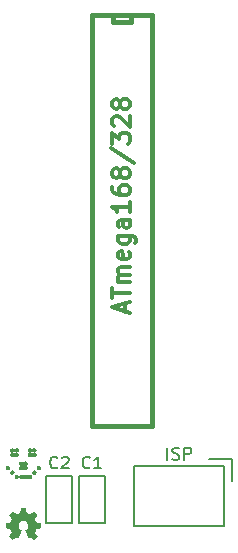
<source format=gto>
%FSLAX34Y34*%
G04 Gerber Fmt 3.4, Leading zero omitted, Abs format*
G04 (created by PCBNEW (2013-12-05 BZR 4523)-product) date Fri 06 Dec 2013 07:50:23 PM CET*
%MOIN*%
G01*
G70*
G90*
G04 APERTURE LIST*
%ADD10C,0.005906*%
%ADD11C,0.011811*%
%ADD12C,0.015000*%
%ADD13C,0.007874*%
%ADD14C,0.000100*%
%ADD15C,0.008000*%
G04 APERTURE END LIST*
G54D10*
G54D11*
X57598Y-33043D02*
X57598Y-32762D01*
X57767Y-33099D02*
X57176Y-32902D01*
X57767Y-32705D01*
X57176Y-32593D02*
X57176Y-32255D01*
X57767Y-32424D02*
X57176Y-32424D01*
X57767Y-32059D02*
X57373Y-32059D01*
X57429Y-32059D02*
X57401Y-32030D01*
X57373Y-31974D01*
X57373Y-31890D01*
X57401Y-31834D01*
X57457Y-31805D01*
X57767Y-31805D01*
X57457Y-31805D02*
X57401Y-31777D01*
X57373Y-31721D01*
X57373Y-31637D01*
X57401Y-31580D01*
X57457Y-31552D01*
X57767Y-31552D01*
X57739Y-31046D02*
X57767Y-31102D01*
X57767Y-31215D01*
X57739Y-31271D01*
X57682Y-31299D01*
X57457Y-31299D01*
X57401Y-31271D01*
X57373Y-31215D01*
X57373Y-31102D01*
X57401Y-31046D01*
X57457Y-31018D01*
X57514Y-31018D01*
X57570Y-31299D01*
X57373Y-30512D02*
X57851Y-30512D01*
X57907Y-30540D01*
X57935Y-30568D01*
X57964Y-30624D01*
X57964Y-30709D01*
X57935Y-30765D01*
X57739Y-30512D02*
X57767Y-30568D01*
X57767Y-30681D01*
X57739Y-30737D01*
X57710Y-30765D01*
X57654Y-30793D01*
X57485Y-30793D01*
X57429Y-30765D01*
X57401Y-30737D01*
X57373Y-30681D01*
X57373Y-30568D01*
X57401Y-30512D01*
X57767Y-29978D02*
X57457Y-29978D01*
X57401Y-30006D01*
X57373Y-30062D01*
X57373Y-30174D01*
X57401Y-30231D01*
X57739Y-29978D02*
X57767Y-30034D01*
X57767Y-30174D01*
X57739Y-30231D01*
X57682Y-30259D01*
X57626Y-30259D01*
X57570Y-30231D01*
X57542Y-30174D01*
X57542Y-30034D01*
X57514Y-29978D01*
X57767Y-29387D02*
X57767Y-29724D01*
X57767Y-29556D02*
X57176Y-29556D01*
X57260Y-29612D01*
X57317Y-29668D01*
X57345Y-29724D01*
X57176Y-28881D02*
X57176Y-28993D01*
X57204Y-29050D01*
X57232Y-29078D01*
X57317Y-29134D01*
X57429Y-29162D01*
X57654Y-29162D01*
X57710Y-29134D01*
X57739Y-29106D01*
X57767Y-29050D01*
X57767Y-28937D01*
X57739Y-28881D01*
X57710Y-28853D01*
X57654Y-28825D01*
X57514Y-28825D01*
X57457Y-28853D01*
X57429Y-28881D01*
X57401Y-28937D01*
X57401Y-29050D01*
X57429Y-29106D01*
X57457Y-29134D01*
X57514Y-29162D01*
X57429Y-28487D02*
X57401Y-28543D01*
X57373Y-28571D01*
X57317Y-28600D01*
X57289Y-28600D01*
X57232Y-28571D01*
X57204Y-28543D01*
X57176Y-28487D01*
X57176Y-28375D01*
X57204Y-28318D01*
X57232Y-28290D01*
X57289Y-28262D01*
X57317Y-28262D01*
X57373Y-28290D01*
X57401Y-28318D01*
X57429Y-28375D01*
X57429Y-28487D01*
X57457Y-28543D01*
X57485Y-28571D01*
X57542Y-28600D01*
X57654Y-28600D01*
X57710Y-28571D01*
X57739Y-28543D01*
X57767Y-28487D01*
X57767Y-28375D01*
X57739Y-28318D01*
X57710Y-28290D01*
X57654Y-28262D01*
X57542Y-28262D01*
X57485Y-28290D01*
X57457Y-28318D01*
X57429Y-28375D01*
X57148Y-27587D02*
X57907Y-28093D01*
X57176Y-27447D02*
X57176Y-27081D01*
X57401Y-27278D01*
X57401Y-27194D01*
X57429Y-27137D01*
X57457Y-27109D01*
X57514Y-27081D01*
X57654Y-27081D01*
X57710Y-27109D01*
X57739Y-27137D01*
X57767Y-27194D01*
X57767Y-27362D01*
X57739Y-27419D01*
X57710Y-27447D01*
X57232Y-26856D02*
X57204Y-26828D01*
X57176Y-26772D01*
X57176Y-26631D01*
X57204Y-26575D01*
X57232Y-26547D01*
X57289Y-26519D01*
X57345Y-26519D01*
X57429Y-26547D01*
X57767Y-26884D01*
X57767Y-26519D01*
X57429Y-26181D02*
X57401Y-26237D01*
X57373Y-26266D01*
X57317Y-26294D01*
X57289Y-26294D01*
X57232Y-26266D01*
X57204Y-26237D01*
X57176Y-26181D01*
X57176Y-26069D01*
X57204Y-26012D01*
X57232Y-25984D01*
X57289Y-25956D01*
X57317Y-25956D01*
X57373Y-25984D01*
X57401Y-26012D01*
X57429Y-26069D01*
X57429Y-26181D01*
X57457Y-26237D01*
X57485Y-26266D01*
X57542Y-26294D01*
X57654Y-26294D01*
X57710Y-26266D01*
X57739Y-26237D01*
X57767Y-26181D01*
X57767Y-26069D01*
X57739Y-26012D01*
X57710Y-25984D01*
X57654Y-25956D01*
X57542Y-25956D01*
X57485Y-25984D01*
X57457Y-26012D01*
X57429Y-26069D01*
G54D12*
X57800Y-23150D02*
X57800Y-23400D01*
X57800Y-23400D02*
X57200Y-23400D01*
X57200Y-23400D02*
X57200Y-23150D01*
X56500Y-36850D02*
X56500Y-23150D01*
X58500Y-23150D02*
X58500Y-36850D01*
X58500Y-36850D02*
X56500Y-36850D01*
X58500Y-23150D02*
X56500Y-23150D01*
G54D13*
X61150Y-38700D02*
X61150Y-37950D01*
X61150Y-37950D02*
X60400Y-37950D01*
X57900Y-38200D02*
X60900Y-38200D01*
X60900Y-40200D02*
X57900Y-40200D01*
X57900Y-40200D02*
X57900Y-38200D01*
X60900Y-38200D02*
X60900Y-40200D01*
X55833Y-40087D02*
X55833Y-38512D01*
X55833Y-40087D02*
X54966Y-40087D01*
X54966Y-40087D02*
X54966Y-38512D01*
X54966Y-38512D02*
X55833Y-38512D01*
X56933Y-40087D02*
X56933Y-38512D01*
X56933Y-40087D02*
X56066Y-40087D01*
X56066Y-40087D02*
X56066Y-38512D01*
X56066Y-38512D02*
X56933Y-38512D01*
G54D14*
G36*
X54435Y-38626D02*
X54450Y-38624D01*
X54463Y-38620D01*
X54469Y-38617D01*
X54482Y-38608D01*
X54492Y-38597D01*
X54499Y-38585D01*
X54504Y-38571D01*
X54507Y-38557D01*
X54506Y-38542D01*
X54503Y-38528D01*
X54496Y-38514D01*
X54492Y-38508D01*
X54486Y-38501D01*
X54479Y-38495D01*
X54473Y-38490D01*
X54471Y-38489D01*
X54458Y-38483D01*
X54445Y-38480D01*
X54430Y-38479D01*
X54425Y-38479D01*
X54417Y-38480D01*
X54410Y-38482D01*
X54402Y-38486D01*
X54393Y-38490D01*
X54381Y-38500D01*
X54372Y-38512D01*
X54364Y-38525D01*
X54362Y-38531D01*
X54360Y-38539D01*
X54359Y-38544D01*
X54359Y-38545D01*
X54359Y-38545D01*
X54359Y-38542D01*
X54359Y-38542D01*
X54356Y-38532D01*
X54353Y-38523D01*
X54348Y-38514D01*
X54340Y-38503D01*
X54329Y-38493D01*
X54316Y-38485D01*
X54301Y-38480D01*
X54286Y-38479D01*
X54282Y-38479D01*
X54270Y-38480D01*
X54259Y-38483D01*
X54257Y-38484D01*
X54244Y-38491D01*
X54233Y-38500D01*
X54224Y-38512D01*
X54217Y-38524D01*
X54213Y-38537D01*
X54213Y-38538D01*
X54212Y-38541D01*
X54212Y-38543D01*
X54212Y-38543D01*
X54212Y-38541D01*
X54211Y-38537D01*
X54211Y-38536D01*
X54206Y-38523D01*
X54199Y-38510D01*
X54190Y-38499D01*
X54181Y-38492D01*
X54168Y-38485D01*
X54154Y-38480D01*
X54138Y-38479D01*
X54127Y-38480D01*
X54113Y-38483D01*
X54099Y-38490D01*
X54087Y-38499D01*
X54078Y-38511D01*
X54076Y-38513D01*
X54073Y-38518D01*
X54071Y-38523D01*
X54070Y-38526D01*
X54067Y-38533D01*
X54066Y-38539D01*
X54065Y-38544D01*
X54065Y-38545D01*
X54065Y-38545D01*
X54064Y-38542D01*
X54063Y-38534D01*
X54059Y-38524D01*
X54055Y-38515D01*
X54046Y-38503D01*
X54034Y-38493D01*
X54021Y-38485D01*
X54007Y-38480D01*
X53992Y-38479D01*
X53978Y-38480D01*
X53963Y-38484D01*
X53950Y-38491D01*
X53938Y-38501D01*
X53932Y-38508D01*
X53927Y-38516D01*
X53922Y-38525D01*
X53920Y-38533D01*
X53917Y-38548D01*
X53918Y-38562D01*
X53921Y-38576D01*
X53927Y-38589D01*
X53935Y-38600D01*
X53945Y-38610D01*
X53957Y-38618D01*
X53970Y-38623D01*
X53985Y-38626D01*
X53987Y-38626D01*
X54002Y-38626D01*
X54016Y-38622D01*
X54029Y-38616D01*
X54034Y-38612D01*
X54044Y-38604D01*
X54053Y-38593D01*
X54059Y-38582D01*
X54060Y-38578D01*
X54062Y-38572D01*
X54064Y-38565D01*
X54065Y-38560D01*
X54065Y-38557D01*
X54065Y-38560D01*
X54065Y-38563D01*
X54067Y-38569D01*
X54069Y-38577D01*
X54071Y-38583D01*
X54075Y-38590D01*
X54084Y-38602D01*
X54095Y-38612D01*
X54108Y-38620D01*
X54123Y-38625D01*
X54125Y-38625D01*
X54135Y-38626D01*
X54146Y-38626D01*
X54156Y-38624D01*
X54166Y-38621D01*
X54179Y-38614D01*
X54192Y-38604D01*
X54192Y-38603D01*
X54201Y-38593D01*
X54207Y-38580D01*
X54211Y-38568D01*
X54211Y-38567D01*
X54212Y-38564D01*
X54212Y-38562D01*
X54212Y-38563D01*
X54213Y-38566D01*
X54213Y-38567D01*
X54215Y-38575D01*
X54218Y-38583D01*
X54223Y-38591D01*
X54229Y-38600D01*
X54240Y-38611D01*
X54253Y-38619D01*
X54268Y-38624D01*
X54270Y-38625D01*
X54280Y-38626D01*
X54291Y-38626D01*
X54301Y-38625D01*
X54309Y-38622D01*
X54323Y-38616D01*
X54335Y-38607D01*
X54345Y-38596D01*
X54353Y-38583D01*
X54354Y-38579D01*
X54357Y-38572D01*
X54358Y-38565D01*
X54359Y-38560D01*
X54359Y-38560D01*
X54359Y-38560D01*
X54360Y-38563D01*
X54360Y-38563D01*
X54362Y-38572D01*
X54366Y-38582D01*
X54370Y-38591D01*
X54372Y-38594D01*
X54381Y-38605D01*
X54393Y-38614D01*
X54406Y-38621D01*
X54420Y-38625D01*
X54435Y-38626D01*
X54435Y-38626D01*
G37*
G36*
X53839Y-38479D02*
X53848Y-38478D01*
X53856Y-38478D01*
X53866Y-38475D01*
X53880Y-38469D01*
X53892Y-38460D01*
X53902Y-38449D01*
X53910Y-38436D01*
X53915Y-38422D01*
X53917Y-38407D01*
X53916Y-38392D01*
X53912Y-38378D01*
X53906Y-38365D01*
X53896Y-38353D01*
X53884Y-38343D01*
X53881Y-38341D01*
X53866Y-38335D01*
X53852Y-38331D01*
X53836Y-38331D01*
X53821Y-38334D01*
X53809Y-38339D01*
X53796Y-38348D01*
X53786Y-38359D01*
X53777Y-38372D01*
X53772Y-38387D01*
X53770Y-38394D01*
X53770Y-38404D01*
X53770Y-38413D01*
X53771Y-38421D01*
X53772Y-38424D01*
X53778Y-38439D01*
X53786Y-38452D01*
X53798Y-38463D01*
X53811Y-38471D01*
X53817Y-38474D01*
X53826Y-38477D01*
X53834Y-38478D01*
X53839Y-38479D01*
X53839Y-38479D01*
G37*
G36*
X54582Y-38479D02*
X54597Y-38477D01*
X54612Y-38472D01*
X54626Y-38463D01*
X54629Y-38461D01*
X54639Y-38450D01*
X54647Y-38437D01*
X54652Y-38423D01*
X54654Y-38415D01*
X54654Y-38406D01*
X54654Y-38396D01*
X54653Y-38389D01*
X54652Y-38385D01*
X54646Y-38370D01*
X54638Y-38358D01*
X54627Y-38347D01*
X54614Y-38339D01*
X54600Y-38334D01*
X54585Y-38331D01*
X54579Y-38331D01*
X54564Y-38333D01*
X54550Y-38337D01*
X54538Y-38345D01*
X54527Y-38354D01*
X54518Y-38366D01*
X54512Y-38379D01*
X54508Y-38393D01*
X54507Y-38408D01*
X54508Y-38417D01*
X54510Y-38425D01*
X54513Y-38434D01*
X54519Y-38445D01*
X54528Y-38457D01*
X54540Y-38466D01*
X54553Y-38473D01*
X54567Y-38477D01*
X54582Y-38479D01*
X54582Y-38479D01*
G37*
G36*
X53692Y-38331D02*
X53702Y-38331D01*
X53711Y-38329D01*
X53722Y-38326D01*
X53735Y-38319D01*
X53748Y-38309D01*
X53756Y-38300D01*
X53763Y-38287D01*
X53768Y-38273D01*
X53769Y-38267D01*
X53769Y-38258D01*
X53769Y-38249D01*
X53768Y-38242D01*
X53767Y-38237D01*
X53761Y-38223D01*
X53753Y-38210D01*
X53742Y-38199D01*
X53728Y-38191D01*
X53723Y-38189D01*
X53714Y-38185D01*
X53704Y-38184D01*
X53693Y-38184D01*
X53686Y-38184D01*
X53678Y-38185D01*
X53671Y-38187D01*
X53663Y-38191D01*
X53658Y-38194D01*
X53646Y-38203D01*
X53636Y-38214D01*
X53628Y-38228D01*
X53623Y-38243D01*
X53623Y-38246D01*
X53622Y-38255D01*
X53622Y-38264D01*
X53623Y-38272D01*
X53624Y-38277D01*
X53630Y-38291D01*
X53639Y-38304D01*
X53649Y-38315D01*
X53663Y-38323D01*
X53677Y-38329D01*
X53682Y-38330D01*
X53692Y-38331D01*
X53692Y-38331D01*
G37*
G36*
X54284Y-38331D02*
X54298Y-38330D01*
X54312Y-38326D01*
X54321Y-38322D01*
X54333Y-38313D01*
X54344Y-38302D01*
X54352Y-38289D01*
X54357Y-38275D01*
X54358Y-38272D01*
X54359Y-38260D01*
X54359Y-38249D01*
X54356Y-38236D01*
X54350Y-38221D01*
X54341Y-38209D01*
X54330Y-38199D01*
X54317Y-38191D01*
X54302Y-38185D01*
X54293Y-38183D01*
X54298Y-38182D01*
X54299Y-38182D01*
X54309Y-38179D01*
X54320Y-38174D01*
X54331Y-38168D01*
X54332Y-38166D01*
X54343Y-38156D01*
X54351Y-38143D01*
X54356Y-38129D01*
X54359Y-38115D01*
X54359Y-38101D01*
X54355Y-38087D01*
X54349Y-38073D01*
X54349Y-38072D01*
X54339Y-38060D01*
X54328Y-38050D01*
X54316Y-38043D01*
X54302Y-38039D01*
X54288Y-38037D01*
X54274Y-38038D01*
X54260Y-38041D01*
X54247Y-38048D01*
X54234Y-38057D01*
X54228Y-38064D01*
X54221Y-38075D01*
X54215Y-38086D01*
X54213Y-38097D01*
X54212Y-38100D01*
X54212Y-38101D01*
X54212Y-38100D01*
X54211Y-38097D01*
X54209Y-38087D01*
X54204Y-38077D01*
X54198Y-38067D01*
X54194Y-38062D01*
X54183Y-38052D01*
X54170Y-38044D01*
X54156Y-38039D01*
X54141Y-38037D01*
X54126Y-38038D01*
X54117Y-38040D01*
X54103Y-38046D01*
X54091Y-38054D01*
X54080Y-38065D01*
X54072Y-38078D01*
X54067Y-38093D01*
X54066Y-38100D01*
X54065Y-38115D01*
X54068Y-38129D01*
X54073Y-38143D01*
X54081Y-38156D01*
X54092Y-38166D01*
X54105Y-38175D01*
X54111Y-38178D01*
X54118Y-38180D01*
X54124Y-38182D01*
X54129Y-38183D01*
X54129Y-38183D01*
X54129Y-38183D01*
X54126Y-38184D01*
X54119Y-38186D01*
X54109Y-38190D01*
X54100Y-38194D01*
X54096Y-38197D01*
X54086Y-38206D01*
X54077Y-38216D01*
X54071Y-38227D01*
X54067Y-38240D01*
X54065Y-38253D01*
X54065Y-38266D01*
X54066Y-38268D01*
X54070Y-38284D01*
X54077Y-38297D01*
X54087Y-38309D01*
X54095Y-38317D01*
X54108Y-38325D01*
X54123Y-38329D01*
X54128Y-38330D01*
X54136Y-38331D01*
X54145Y-38330D01*
X54153Y-38330D01*
X54159Y-38328D01*
X54164Y-38327D01*
X54178Y-38320D01*
X54190Y-38310D01*
X54200Y-38298D01*
X54204Y-38292D01*
X54208Y-38282D01*
X54211Y-38272D01*
X54211Y-38272D01*
X54212Y-38268D01*
X54212Y-38267D01*
X54212Y-38267D01*
X54212Y-38247D01*
X54212Y-38247D01*
X54212Y-38246D01*
X54211Y-38242D01*
X54211Y-38241D01*
X54206Y-38228D01*
X54199Y-38215D01*
X54190Y-38204D01*
X54179Y-38195D01*
X54166Y-38189D01*
X54165Y-38188D01*
X54159Y-38186D01*
X54153Y-38185D01*
X54146Y-38183D01*
X54152Y-38182D01*
X54161Y-38180D01*
X54174Y-38174D01*
X54186Y-38166D01*
X54197Y-38155D01*
X54205Y-38143D01*
X54207Y-38137D01*
X54210Y-38129D01*
X54211Y-38123D01*
X54212Y-38120D01*
X54212Y-38119D01*
X54212Y-38120D01*
X54213Y-38123D01*
X54214Y-38128D01*
X54216Y-38136D01*
X54219Y-38143D01*
X54224Y-38151D01*
X54234Y-38162D01*
X54245Y-38171D01*
X54258Y-38178D01*
X54272Y-38182D01*
X54278Y-38183D01*
X54272Y-38185D01*
X54271Y-38185D01*
X54264Y-38186D01*
X54258Y-38189D01*
X54257Y-38189D01*
X54244Y-38196D01*
X54233Y-38205D01*
X54224Y-38216D01*
X54217Y-38229D01*
X54213Y-38242D01*
X54213Y-38242D01*
X54212Y-38246D01*
X54212Y-38247D01*
X54212Y-38267D01*
X54212Y-38267D01*
X54212Y-38269D01*
X54213Y-38272D01*
X54216Y-38282D01*
X54222Y-38295D01*
X54231Y-38307D01*
X54242Y-38317D01*
X54255Y-38324D01*
X54255Y-38324D01*
X54269Y-38329D01*
X54284Y-38331D01*
X54284Y-38331D01*
G37*
G36*
X54723Y-38331D02*
X54735Y-38331D01*
X54746Y-38329D01*
X54753Y-38327D01*
X54767Y-38320D01*
X54779Y-38311D01*
X54789Y-38300D01*
X54796Y-38287D01*
X54800Y-38273D01*
X54802Y-38257D01*
X54802Y-38251D01*
X54799Y-38236D01*
X54793Y-38222D01*
X54784Y-38208D01*
X54781Y-38206D01*
X54771Y-38197D01*
X54759Y-38190D01*
X54746Y-38185D01*
X54745Y-38185D01*
X54734Y-38184D01*
X54722Y-38184D01*
X54711Y-38185D01*
X54707Y-38186D01*
X54693Y-38192D01*
X54681Y-38201D01*
X54671Y-38211D01*
X54663Y-38223D01*
X54657Y-38236D01*
X54655Y-38251D01*
X54655Y-38266D01*
X54658Y-38281D01*
X54663Y-38292D01*
X54672Y-38304D01*
X54683Y-38315D01*
X54695Y-38323D01*
X54710Y-38329D01*
X54711Y-38329D01*
X54723Y-38331D01*
X54723Y-38331D01*
G37*
G36*
X53993Y-37889D02*
X54008Y-37887D01*
X54022Y-37882D01*
X54029Y-37879D01*
X54035Y-37874D01*
X54042Y-37868D01*
X54050Y-37860D01*
X54058Y-37847D01*
X54063Y-37833D01*
X54064Y-37829D01*
X54065Y-37819D01*
X54065Y-37809D01*
X54063Y-37800D01*
X54059Y-37787D01*
X54053Y-37774D01*
X54044Y-37763D01*
X54042Y-37762D01*
X54035Y-37756D01*
X54027Y-37751D01*
X54020Y-37747D01*
X54017Y-37746D01*
X54011Y-37744D01*
X54005Y-37743D01*
X54001Y-37742D01*
X53998Y-37742D01*
X54001Y-37741D01*
X54005Y-37740D01*
X54009Y-37739D01*
X54015Y-37738D01*
X54026Y-37732D01*
X54037Y-37726D01*
X54045Y-37718D01*
X54047Y-37716D01*
X54056Y-37703D01*
X54062Y-37689D01*
X54065Y-37675D01*
X54065Y-37660D01*
X54064Y-37656D01*
X54060Y-37641D01*
X54053Y-37628D01*
X54043Y-37615D01*
X54034Y-37608D01*
X54021Y-37600D01*
X54007Y-37595D01*
X54004Y-37595D01*
X53994Y-37594D01*
X53984Y-37594D01*
X53974Y-37596D01*
X53966Y-37598D01*
X53952Y-37605D01*
X53940Y-37614D01*
X53931Y-37625D01*
X53923Y-37638D01*
X53919Y-37652D01*
X53918Y-37654D01*
X53917Y-37657D01*
X53917Y-37659D01*
X53916Y-37657D01*
X53916Y-37654D01*
X53915Y-37648D01*
X53912Y-37641D01*
X53910Y-37635D01*
X53907Y-37631D01*
X53898Y-37618D01*
X53887Y-37608D01*
X53874Y-37600D01*
X53860Y-37596D01*
X53844Y-37594D01*
X53832Y-37595D01*
X53818Y-37598D01*
X53805Y-37605D01*
X53797Y-37610D01*
X53786Y-37621D01*
X53778Y-37633D01*
X53772Y-37647D01*
X53770Y-37661D01*
X53770Y-37676D01*
X53773Y-37690D01*
X53779Y-37704D01*
X53788Y-37716D01*
X53799Y-37727D01*
X53813Y-37735D01*
X53828Y-37740D01*
X53836Y-37742D01*
X53831Y-37742D01*
X53828Y-37743D01*
X53816Y-37746D01*
X53805Y-37752D01*
X53794Y-37760D01*
X53785Y-37769D01*
X53780Y-37777D01*
X53775Y-37787D01*
X53772Y-37797D01*
X53770Y-37805D01*
X53770Y-37814D01*
X53770Y-37824D01*
X53771Y-37831D01*
X53774Y-37840D01*
X53781Y-37854D01*
X53790Y-37866D01*
X53802Y-37876D01*
X53815Y-37884D01*
X53831Y-37888D01*
X53835Y-37889D01*
X53844Y-37889D01*
X53853Y-37888D01*
X53862Y-37887D01*
X53868Y-37885D01*
X53882Y-37878D01*
X53894Y-37869D01*
X53904Y-37858D01*
X53911Y-37845D01*
X53916Y-37830D01*
X53916Y-37829D01*
X53917Y-37825D01*
X53917Y-37826D01*
X53917Y-37805D01*
X53917Y-37805D01*
X53916Y-37802D01*
X53916Y-37801D01*
X53913Y-37791D01*
X53909Y-37781D01*
X53903Y-37771D01*
X53898Y-37766D01*
X53887Y-37755D01*
X53873Y-37748D01*
X53858Y-37743D01*
X53851Y-37741D01*
X53856Y-37740D01*
X53861Y-37739D01*
X53865Y-37738D01*
X53868Y-37737D01*
X53882Y-37731D01*
X53894Y-37721D01*
X53904Y-37710D01*
X53911Y-37697D01*
X53916Y-37683D01*
X53916Y-37680D01*
X53917Y-37678D01*
X53918Y-37679D01*
X53919Y-37683D01*
X53919Y-37684D01*
X53921Y-37692D01*
X53925Y-37700D01*
X53929Y-37708D01*
X53933Y-37713D01*
X53940Y-37720D01*
X53947Y-37727D01*
X53954Y-37732D01*
X53955Y-37732D01*
X53966Y-37737D01*
X53978Y-37740D01*
X53983Y-37741D01*
X53977Y-37743D01*
X53964Y-37746D01*
X53951Y-37753D01*
X53939Y-37762D01*
X53930Y-37773D01*
X53928Y-37777D01*
X53924Y-37784D01*
X53921Y-37792D01*
X53919Y-37799D01*
X53918Y-37804D01*
X53918Y-37804D01*
X53917Y-37805D01*
X53917Y-37826D01*
X53918Y-37826D01*
X53918Y-37829D01*
X53919Y-37833D01*
X53921Y-37838D01*
X53924Y-37845D01*
X53931Y-37858D01*
X53941Y-37869D01*
X53952Y-37878D01*
X53965Y-37884D01*
X53979Y-37888D01*
X53993Y-37889D01*
X53993Y-37889D01*
G37*
G36*
X54437Y-37889D02*
X54451Y-37887D01*
X54465Y-37882D01*
X54478Y-37874D01*
X54488Y-37864D01*
X54497Y-37852D01*
X54503Y-37838D01*
X54505Y-37833D01*
X54506Y-37829D01*
X54506Y-37828D01*
X54507Y-37825D01*
X54507Y-37825D01*
X54507Y-37805D01*
X54506Y-37803D01*
X54505Y-37798D01*
X54502Y-37789D01*
X54496Y-37776D01*
X54487Y-37764D01*
X54475Y-37755D01*
X54462Y-37747D01*
X54448Y-37743D01*
X54441Y-37741D01*
X54446Y-37740D01*
X54446Y-37740D01*
X54458Y-37737D01*
X54470Y-37732D01*
X54474Y-37729D01*
X54482Y-37722D01*
X54489Y-37715D01*
X54495Y-37708D01*
X54498Y-37702D01*
X54503Y-37692D01*
X54505Y-37684D01*
X54506Y-37680D01*
X54507Y-37678D01*
X54507Y-37679D01*
X54508Y-37683D01*
X54511Y-37693D01*
X54518Y-37707D01*
X54528Y-37719D01*
X54539Y-37728D01*
X54552Y-37736D01*
X54568Y-37740D01*
X54573Y-37741D01*
X54566Y-37743D01*
X54559Y-37745D01*
X54545Y-37751D01*
X54532Y-37760D01*
X54522Y-37771D01*
X54518Y-37775D01*
X54515Y-37782D01*
X54511Y-37790D01*
X54509Y-37795D01*
X54508Y-37801D01*
X54508Y-37801D01*
X54507Y-37804D01*
X54507Y-37805D01*
X54507Y-37825D01*
X54507Y-37826D01*
X54508Y-37830D01*
X54509Y-37835D01*
X54514Y-37846D01*
X54519Y-37856D01*
X54524Y-37862D01*
X54535Y-37873D01*
X54548Y-37881D01*
X54563Y-37887D01*
X54569Y-37888D01*
X54579Y-37889D01*
X54590Y-37888D01*
X54599Y-37887D01*
X54600Y-37887D01*
X54615Y-37881D01*
X54628Y-37872D01*
X54638Y-37861D01*
X54647Y-37848D01*
X54652Y-37833D01*
X54654Y-37827D01*
X54654Y-37816D01*
X54654Y-37806D01*
X54652Y-37797D01*
X54650Y-37789D01*
X54645Y-37779D01*
X54639Y-37769D01*
X54632Y-37762D01*
X54623Y-37755D01*
X54613Y-37749D01*
X54610Y-37747D01*
X54603Y-37745D01*
X54596Y-37743D01*
X54591Y-37742D01*
X54590Y-37742D01*
X54592Y-37741D01*
X54596Y-37740D01*
X54605Y-37737D01*
X54614Y-37733D01*
X54622Y-37729D01*
X54624Y-37727D01*
X54634Y-37719D01*
X54642Y-37708D01*
X54648Y-37697D01*
X54651Y-37692D01*
X54654Y-37677D01*
X54654Y-37662D01*
X54652Y-37647D01*
X54651Y-37644D01*
X54644Y-37630D01*
X54635Y-37618D01*
X54624Y-37608D01*
X54611Y-37600D01*
X54596Y-37595D01*
X54594Y-37595D01*
X54584Y-37594D01*
X54573Y-37594D01*
X54564Y-37596D01*
X54561Y-37596D01*
X54547Y-37602D01*
X54534Y-37610D01*
X54523Y-37622D01*
X54514Y-37635D01*
X54512Y-37639D01*
X54510Y-37646D01*
X54508Y-37652D01*
X54508Y-37657D01*
X54508Y-37658D01*
X54507Y-37658D01*
X54506Y-37656D01*
X54505Y-37652D01*
X54503Y-37642D01*
X54496Y-37629D01*
X54487Y-37618D01*
X54476Y-37608D01*
X54463Y-37600D01*
X54463Y-37600D01*
X54450Y-37596D01*
X54435Y-37594D01*
X54420Y-37595D01*
X54406Y-37599D01*
X54398Y-37603D01*
X54385Y-37611D01*
X54375Y-37622D01*
X54367Y-37635D01*
X54361Y-37650D01*
X54361Y-37653D01*
X54359Y-37665D01*
X54360Y-37676D01*
X54363Y-37690D01*
X54369Y-37704D01*
X54378Y-37716D01*
X54389Y-37727D01*
X54402Y-37735D01*
X54417Y-37740D01*
X54420Y-37741D01*
X54423Y-37742D01*
X54423Y-37742D01*
X54419Y-37742D01*
X54410Y-37745D01*
X54401Y-37749D01*
X54392Y-37754D01*
X54384Y-37760D01*
X54374Y-37771D01*
X54366Y-37785D01*
X54365Y-37787D01*
X54360Y-37801D01*
X54359Y-37816D01*
X54361Y-37832D01*
X54366Y-37846D01*
X54369Y-37853D01*
X54374Y-37859D01*
X54380Y-37866D01*
X54380Y-37867D01*
X54392Y-37877D01*
X54406Y-37884D01*
X54420Y-37888D01*
X54422Y-37888D01*
X54437Y-37889D01*
X54437Y-37889D01*
G37*
G36*
X53854Y-40648D02*
X53861Y-40645D01*
X53874Y-40636D01*
X53894Y-40623D01*
X53917Y-40608D01*
X53941Y-40592D01*
X53960Y-40579D01*
X53974Y-40570D01*
X53979Y-40567D01*
X53982Y-40568D01*
X53993Y-40574D01*
X54009Y-40582D01*
X54019Y-40587D01*
X54034Y-40593D01*
X54041Y-40595D01*
X54042Y-40593D01*
X54048Y-40581D01*
X54056Y-40562D01*
X54067Y-40536D01*
X54080Y-40506D01*
X54094Y-40474D01*
X54107Y-40441D01*
X54120Y-40410D01*
X54132Y-40381D01*
X54141Y-40358D01*
X54147Y-40342D01*
X54150Y-40335D01*
X54149Y-40334D01*
X54142Y-40327D01*
X54129Y-40317D01*
X54101Y-40294D01*
X54073Y-40260D01*
X54056Y-40221D01*
X54051Y-40177D01*
X54055Y-40137D01*
X54071Y-40099D01*
X54098Y-40064D01*
X54131Y-40038D01*
X54169Y-40022D01*
X54212Y-40017D01*
X54253Y-40021D01*
X54292Y-40037D01*
X54327Y-40063D01*
X54342Y-40080D01*
X54362Y-40116D01*
X54374Y-40153D01*
X54375Y-40162D01*
X54373Y-40204D01*
X54361Y-40244D01*
X54339Y-40279D01*
X54309Y-40308D01*
X54305Y-40311D01*
X54291Y-40322D01*
X54281Y-40329D01*
X54274Y-40335D01*
X54327Y-40462D01*
X54335Y-40482D01*
X54350Y-40517D01*
X54362Y-40547D01*
X54373Y-40571D01*
X54380Y-40587D01*
X54383Y-40593D01*
X54383Y-40593D01*
X54388Y-40594D01*
X54397Y-40591D01*
X54415Y-40582D01*
X54427Y-40576D01*
X54440Y-40570D01*
X54446Y-40567D01*
X54452Y-40570D01*
X54465Y-40578D01*
X54483Y-40591D01*
X54506Y-40606D01*
X54528Y-40621D01*
X54548Y-40634D01*
X54562Y-40644D01*
X54569Y-40647D01*
X54570Y-40647D01*
X54577Y-40644D01*
X54588Y-40634D01*
X54605Y-40618D01*
X54630Y-40594D01*
X54634Y-40590D01*
X54654Y-40570D01*
X54670Y-40552D01*
X54681Y-40540D01*
X54685Y-40535D01*
X54685Y-40535D01*
X54681Y-40528D01*
X54672Y-40513D01*
X54659Y-40493D01*
X54643Y-40469D01*
X54601Y-40408D01*
X54624Y-40351D01*
X54631Y-40333D01*
X54640Y-40311D01*
X54647Y-40296D01*
X54650Y-40289D01*
X54657Y-40287D01*
X54672Y-40283D01*
X54695Y-40279D01*
X54723Y-40274D01*
X54749Y-40269D01*
X54772Y-40264D01*
X54789Y-40261D01*
X54797Y-40260D01*
X54799Y-40258D01*
X54800Y-40255D01*
X54801Y-40247D01*
X54802Y-40232D01*
X54802Y-40210D01*
X54802Y-40177D01*
X54802Y-40174D01*
X54802Y-40143D01*
X54801Y-40118D01*
X54800Y-40103D01*
X54799Y-40096D01*
X54799Y-40096D01*
X54792Y-40094D01*
X54775Y-40091D01*
X54752Y-40086D01*
X54724Y-40081D01*
X54722Y-40081D01*
X54694Y-40075D01*
X54671Y-40070D01*
X54654Y-40067D01*
X54647Y-40064D01*
X54646Y-40062D01*
X54640Y-40051D01*
X54632Y-40034D01*
X54623Y-40013D01*
X54614Y-39991D01*
X54606Y-39971D01*
X54601Y-39957D01*
X54599Y-39950D01*
X54599Y-39950D01*
X54603Y-39943D01*
X54613Y-39929D01*
X54627Y-39909D01*
X54643Y-39885D01*
X54644Y-39883D01*
X54660Y-39859D01*
X54673Y-39839D01*
X54682Y-39825D01*
X54685Y-39819D01*
X54685Y-39818D01*
X54680Y-39811D01*
X54668Y-39798D01*
X54650Y-39780D01*
X54630Y-39759D01*
X54623Y-39753D01*
X54600Y-39730D01*
X54584Y-39716D01*
X54574Y-39708D01*
X54570Y-39706D01*
X54569Y-39706D01*
X54562Y-39710D01*
X54547Y-39720D01*
X54527Y-39734D01*
X54503Y-39750D01*
X54502Y-39751D01*
X54478Y-39767D01*
X54458Y-39781D01*
X54444Y-39790D01*
X54438Y-39793D01*
X54437Y-39793D01*
X54428Y-39791D01*
X54411Y-39785D01*
X54390Y-39777D01*
X54368Y-39768D01*
X54348Y-39760D01*
X54334Y-39753D01*
X54327Y-39749D01*
X54326Y-39749D01*
X54324Y-39740D01*
X54320Y-39722D01*
X54315Y-39698D01*
X54309Y-39669D01*
X54308Y-39665D01*
X54303Y-39636D01*
X54299Y-39613D01*
X54295Y-39597D01*
X54294Y-39590D01*
X54290Y-39590D01*
X54276Y-39589D01*
X54255Y-39588D01*
X54229Y-39588D01*
X54203Y-39588D01*
X54177Y-39588D01*
X54155Y-39589D01*
X54139Y-39590D01*
X54132Y-39592D01*
X54132Y-39592D01*
X54130Y-39601D01*
X54126Y-39618D01*
X54121Y-39643D01*
X54115Y-39672D01*
X54114Y-39677D01*
X54109Y-39705D01*
X54104Y-39728D01*
X54101Y-39744D01*
X54099Y-39750D01*
X54097Y-39751D01*
X54085Y-39757D01*
X54066Y-39764D01*
X54043Y-39774D01*
X53989Y-39796D01*
X53923Y-39750D01*
X53917Y-39746D01*
X53893Y-39730D01*
X53873Y-39717D01*
X53859Y-39708D01*
X53854Y-39705D01*
X53853Y-39705D01*
X53847Y-39711D01*
X53834Y-39723D01*
X53816Y-39741D01*
X53795Y-39761D01*
X53779Y-39777D01*
X53761Y-39795D01*
X53750Y-39808D01*
X53743Y-39816D01*
X53741Y-39821D01*
X53742Y-39824D01*
X53746Y-39831D01*
X53756Y-39845D01*
X53769Y-39866D01*
X53785Y-39889D01*
X53799Y-39909D01*
X53813Y-39931D01*
X53822Y-39947D01*
X53826Y-39954D01*
X53825Y-39958D01*
X53820Y-39971D01*
X53812Y-39990D01*
X53802Y-40014D01*
X53779Y-40066D01*
X53745Y-40073D01*
X53724Y-40077D01*
X53695Y-40082D01*
X53667Y-40088D01*
X53623Y-40096D01*
X53622Y-40255D01*
X53629Y-40258D01*
X53635Y-40260D01*
X53651Y-40264D01*
X53674Y-40268D01*
X53701Y-40273D01*
X53725Y-40278D01*
X53748Y-40282D01*
X53765Y-40285D01*
X53772Y-40287D01*
X53774Y-40289D01*
X53780Y-40301D01*
X53788Y-40319D01*
X53797Y-40340D01*
X53807Y-40363D01*
X53815Y-40383D01*
X53821Y-40399D01*
X53823Y-40407D01*
X53820Y-40413D01*
X53811Y-40427D01*
X53798Y-40447D01*
X53782Y-40470D01*
X53766Y-40493D01*
X53753Y-40513D01*
X53743Y-40527D01*
X53740Y-40534D01*
X53742Y-40538D01*
X53751Y-40549D01*
X53768Y-40567D01*
X53794Y-40593D01*
X53799Y-40597D01*
X53819Y-40617D01*
X53837Y-40633D01*
X53849Y-40644D01*
X53854Y-40648D01*
X53854Y-40648D01*
G37*
G54D15*
X59009Y-37980D02*
X59009Y-37580D01*
X59180Y-37961D02*
X59238Y-37980D01*
X59333Y-37980D01*
X59371Y-37961D01*
X59390Y-37942D01*
X59409Y-37904D01*
X59409Y-37866D01*
X59390Y-37828D01*
X59371Y-37809D01*
X59333Y-37790D01*
X59257Y-37771D01*
X59219Y-37752D01*
X59200Y-37733D01*
X59180Y-37695D01*
X59180Y-37657D01*
X59200Y-37619D01*
X59219Y-37600D01*
X59257Y-37580D01*
X59352Y-37580D01*
X59409Y-37600D01*
X59580Y-37980D02*
X59580Y-37580D01*
X59733Y-37580D01*
X59771Y-37600D01*
X59790Y-37619D01*
X59809Y-37657D01*
X59809Y-37714D01*
X59790Y-37752D01*
X59771Y-37771D01*
X59733Y-37790D01*
X59580Y-37790D01*
G54D13*
X55347Y-38231D02*
X55329Y-38249D01*
X55272Y-38268D01*
X55235Y-38268D01*
X55179Y-38249D01*
X55141Y-38212D01*
X55122Y-38174D01*
X55104Y-38099D01*
X55104Y-38043D01*
X55122Y-37968D01*
X55141Y-37931D01*
X55179Y-37893D01*
X55235Y-37874D01*
X55272Y-37874D01*
X55329Y-37893D01*
X55347Y-37912D01*
X55497Y-37912D02*
X55516Y-37893D01*
X55553Y-37874D01*
X55647Y-37874D01*
X55685Y-37893D01*
X55703Y-37912D01*
X55722Y-37949D01*
X55722Y-37987D01*
X55703Y-38043D01*
X55479Y-38268D01*
X55722Y-38268D01*
X56430Y-38231D02*
X56411Y-38249D01*
X56355Y-38268D01*
X56317Y-38268D01*
X56261Y-38249D01*
X56224Y-38212D01*
X56205Y-38174D01*
X56186Y-38099D01*
X56186Y-38043D01*
X56205Y-37968D01*
X56224Y-37931D01*
X56261Y-37893D01*
X56317Y-37874D01*
X56355Y-37874D01*
X56411Y-37893D01*
X56430Y-37912D01*
X56805Y-38268D02*
X56580Y-38268D01*
X56692Y-38268D02*
X56692Y-37874D01*
X56655Y-37931D01*
X56617Y-37968D01*
X56580Y-37987D01*
M02*

</source>
